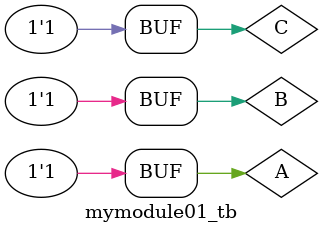
<source format=v>
`timescale 1ns / 1ps


module mymodule01_tb;

	// Inputs
	reg A;
	reg B;
	reg C;

	// Outputs
	wire [0:5] D;

	// Instantiate the Unit Under Test (UUT)
	mymodule01 uut (
		.D(D), 
		.A(A), 
		.B(B), 
		.C(C)
	);

	initial begin
		// Initialize Inputs
		A = 0;
		B = 0;
		C = 0;

		// Wait 100 ns for global reset to finish
		#20;
        
		// Add stimulus here
		A = 0;
		B = 0;
		C = 1;
		#40;
		
		A = 0;
		B = 1;
		C = 0;
		#80;
		
		A = 0;
		B = 1;
		C = 1;
		#100;
		
		A = 1;
		B = 0;
		C = 0;
		#120;
		
		A = 1;
		B = 0;
		C = 1;
		#140;
		
		A = 1;
		B = 1;
		C = 0;
		#160;
		
		A = 1;
		B = 1;
		C = 1;
		#180;
				
	end
	
	initial begin
	$monitor("A=%d, B=%d , C=%d , sonuc=%d",A,B,C,D[5]);
   end
endmodule


</source>
